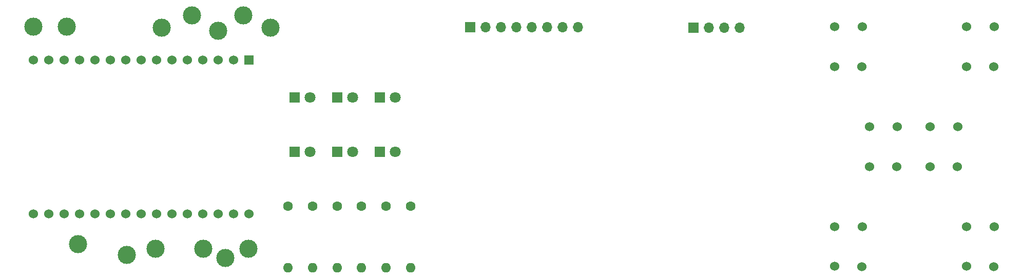
<source format=gbr>
%TF.GenerationSoftware,KiCad,Pcbnew,8.0.0*%
%TF.CreationDate,2024-03-11T09:17:53+01:00*%
%TF.ProjectId,EEK,45454b2e-6b69-4636-9164-5f7063625858,V1.0*%
%TF.SameCoordinates,Original*%
%TF.FileFunction,Soldermask,Bot*%
%TF.FilePolarity,Negative*%
%FSLAX46Y46*%
G04 Gerber Fmt 4.6, Leading zero omitted, Abs format (unit mm)*
G04 Created by KiCad (PCBNEW 8.0.0) date 2024-03-11 09:17:53*
%MOMM*%
%LPD*%
G01*
G04 APERTURE LIST*
%ADD10C,1.524000*%
%ADD11C,1.600000*%
%ADD12O,1.600000X1.600000*%
%ADD13C,3.000000*%
%ADD14R,1.800000X1.800000*%
%ADD15C,1.800000*%
%ADD16R,1.524000X1.524000*%
%ADD17R,1.700000X1.700000*%
%ADD18O,1.700000X1.700000*%
G04 APERTURE END LIST*
D10*
%TO.C,U4*%
X194264800Y-99696800D03*
X198836800Y-99696800D03*
X194264800Y-106250000D03*
X198760600Y-106275400D03*
%TD*%
D11*
%TO.C,R1*%
X108600000Y-112774100D03*
D12*
X108600000Y-122934100D03*
%TD*%
D13*
%TO.C,TP6*%
X81882500Y-119854100D03*
%TD*%
%TO.C,TP4*%
X72500000Y-81354100D03*
%TD*%
D14*
%TO.C,D6*%
X103500000Y-103854100D03*
D15*
X106040000Y-103854100D03*
%TD*%
D13*
%TO.C,TP8*%
X74382500Y-119854100D03*
%TD*%
D11*
%TO.C,R3*%
X100500000Y-112774100D03*
D12*
X100500000Y-122934100D03*
%TD*%
D14*
%TO.C,D5*%
X96500000Y-103854100D03*
D15*
X99040000Y-103854100D03*
%TD*%
D13*
%TO.C,TP7*%
X78000000Y-121354100D03*
%TD*%
D16*
%TO.C,U1*%
X81897500Y-88654100D03*
D10*
X79357500Y-88654100D03*
X76817500Y-88654100D03*
X74277500Y-88654100D03*
X71737500Y-88654100D03*
X69197500Y-88654100D03*
X66657500Y-88654100D03*
X64117500Y-88654100D03*
X61577500Y-88654100D03*
X59037500Y-88654100D03*
X56497500Y-88654100D03*
X53957500Y-88654100D03*
X51417500Y-88654100D03*
X48877500Y-88654100D03*
X46337500Y-88654100D03*
X46337500Y-114054100D03*
X48877500Y-114054100D03*
X51417500Y-114054100D03*
X53957500Y-114054100D03*
X56497500Y-114054100D03*
X59037500Y-114054100D03*
X61577500Y-114054100D03*
X64117500Y-114054100D03*
X66657500Y-114054100D03*
X69197500Y-114054100D03*
X71737500Y-114054100D03*
X74277500Y-114054100D03*
X76817500Y-114054100D03*
X79357500Y-114054100D03*
X81897500Y-114054100D03*
%TD*%
D17*
%TO.C,U10*%
X155250000Y-83354100D03*
D18*
X157790000Y-83354100D03*
X160330000Y-83354100D03*
X162870000Y-83354100D03*
%TD*%
D14*
%TO.C,D2*%
X96500000Y-94854100D03*
D15*
X99040000Y-94854100D03*
%TD*%
D13*
%TO.C,TP13*%
X51882500Y-83154100D03*
%TD*%
D14*
%TO.C,D1*%
X89500000Y-94854100D03*
D15*
X92040000Y-94854100D03*
%TD*%
D14*
%TO.C,D3*%
X103500000Y-94854100D03*
D15*
X106040000Y-94854100D03*
%TD*%
D13*
%TO.C,TP14*%
X46382500Y-83154100D03*
%TD*%
%TO.C,TP1*%
X85500000Y-83354100D03*
%TD*%
%TO.C,TP10*%
X61750000Y-120854100D03*
%TD*%
D10*
%TO.C,U2*%
X178500000Y-83196800D03*
X183072000Y-83196800D03*
X178500000Y-89750000D03*
X182995800Y-89775400D03*
%TD*%
D14*
%TO.C,D4*%
X89500000Y-103854100D03*
D15*
X92040000Y-103854100D03*
%TD*%
D10*
%TO.C,U6*%
X200264800Y-116196800D03*
X204836800Y-116196800D03*
X200264800Y-122750000D03*
X204760600Y-122775400D03*
%TD*%
%TO.C,U3*%
X184264800Y-99696800D03*
X188836800Y-99696800D03*
X184264800Y-106250000D03*
X188760600Y-106275400D03*
%TD*%
D13*
%TO.C,TP2*%
X81000000Y-81354100D03*
%TD*%
D17*
%TO.C,U9*%
X118380000Y-83284118D03*
D18*
X120920000Y-83284118D03*
X123460000Y-83284118D03*
X126000000Y-83284118D03*
X128540000Y-83284118D03*
X131080000Y-83284118D03*
X133620000Y-83284118D03*
X136160000Y-83284118D03*
%TD*%
D13*
%TO.C,TP5*%
X67500000Y-83354100D03*
%TD*%
D11*
%TO.C,R4*%
X96450000Y-112774100D03*
D12*
X96450000Y-122934100D03*
%TD*%
D11*
%TO.C,R2*%
X104550000Y-112774100D03*
D12*
X104550000Y-122934100D03*
%TD*%
D13*
%TO.C,TP9*%
X66500000Y-119854100D03*
%TD*%
D11*
%TO.C,R5*%
X92400000Y-112774100D03*
D12*
X92400000Y-122934100D03*
%TD*%
D13*
%TO.C,TP12*%
X53750000Y-119104100D03*
%TD*%
D10*
%TO.C,u7*%
X200264800Y-83196800D03*
X204836800Y-83196800D03*
X200264800Y-89750000D03*
X204760600Y-89775400D03*
%TD*%
D11*
%TO.C,R6*%
X88350000Y-112774100D03*
D12*
X88350000Y-122934100D03*
%TD*%
D10*
%TO.C,U5*%
X178500000Y-116196800D03*
X183072000Y-116196800D03*
X178500000Y-122750000D03*
X182995800Y-122775400D03*
%TD*%
D13*
%TO.C,TP3*%
X76882500Y-83854100D03*
%TD*%
M02*

</source>
